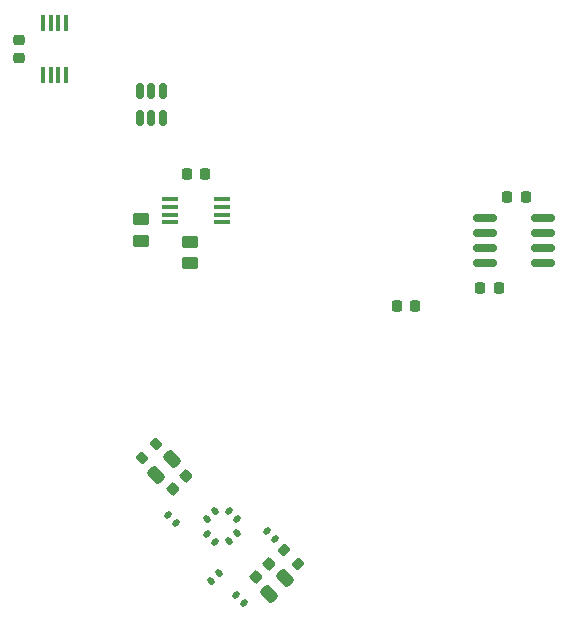
<source format=gbr>
%TF.GenerationSoftware,KiCad,Pcbnew,(6.0.8-1)-1*%
%TF.CreationDate,2022-10-19T15:00:50-05:00*%
%TF.ProjectId,NR1B-SQT56,4e523142-2d53-4515-9435-362e6b696361,rev?*%
%TF.SameCoordinates,Original*%
%TF.FileFunction,Paste,Bot*%
%TF.FilePolarity,Positive*%
%FSLAX46Y46*%
G04 Gerber Fmt 4.6, Leading zero omitted, Abs format (unit mm)*
G04 Created by KiCad (PCBNEW (6.0.8-1)-1) date 2022-10-19 15:00:50*
%MOMM*%
%LPD*%
G01*
G04 APERTURE LIST*
G04 Aperture macros list*
%AMRoundRect*
0 Rectangle with rounded corners*
0 $1 Rounding radius*
0 $2 $3 $4 $5 $6 $7 $8 $9 X,Y pos of 4 corners*
0 Add a 4 corners polygon primitive as box body*
4,1,4,$2,$3,$4,$5,$6,$7,$8,$9,$2,$3,0*
0 Add four circle primitives for the rounded corners*
1,1,$1+$1,$2,$3*
1,1,$1+$1,$4,$5*
1,1,$1+$1,$6,$7*
1,1,$1+$1,$8,$9*
0 Add four rect primitives between the rounded corners*
20,1,$1+$1,$2,$3,$4,$5,0*
20,1,$1+$1,$4,$5,$6,$7,0*
20,1,$1+$1,$6,$7,$8,$9,0*
20,1,$1+$1,$8,$9,$2,$3,0*%
G04 Aperture macros list end*
%ADD10RoundRect,0.225000X0.225000X0.250000X-0.225000X0.250000X-0.225000X-0.250000X0.225000X-0.250000X0*%
%ADD11RoundRect,0.140000X-0.219203X-0.021213X-0.021213X-0.219203X0.219203X0.021213X0.021213X0.219203X0*%
%ADD12RoundRect,0.140000X0.219203X0.021213X0.021213X0.219203X-0.219203X-0.021213X-0.021213X-0.219203X0*%
%ADD13RoundRect,0.140000X-0.021213X0.219203X-0.219203X0.021213X0.021213X-0.219203X0.219203X-0.021213X0*%
%ADD14RoundRect,0.250000X-0.159099X0.512652X-0.512652X0.159099X0.159099X-0.512652X0.512652X-0.159099X0*%
%ADD15RoundRect,0.225000X-0.225000X-0.250000X0.225000X-0.250000X0.225000X0.250000X-0.225000X0.250000X0*%
%ADD16R,0.450000X1.450000*%
%ADD17RoundRect,0.250000X-0.450000X0.262500X-0.450000X-0.262500X0.450000X-0.262500X0.450000X0.262500X0*%
%ADD18RoundRect,0.200000X0.335876X0.053033X0.053033X0.335876X-0.335876X-0.053033X-0.053033X-0.335876X0*%
%ADD19RoundRect,0.225000X-0.017678X0.335876X-0.335876X0.017678X0.017678X-0.335876X0.335876X-0.017678X0*%
%ADD20RoundRect,0.140000X0.021213X-0.219203X0.219203X-0.021213X-0.021213X0.219203X-0.219203X0.021213X0*%
%ADD21R,1.450000X0.450000*%
%ADD22RoundRect,0.225000X0.250000X-0.225000X0.250000X0.225000X-0.250000X0.225000X-0.250000X-0.225000X0*%
%ADD23RoundRect,0.200000X0.053033X-0.335876X0.335876X-0.053033X-0.053033X0.335876X-0.335876X0.053033X0*%
%ADD24RoundRect,0.150000X-0.825000X-0.150000X0.825000X-0.150000X0.825000X0.150000X-0.825000X0.150000X0*%
%ADD25RoundRect,0.150000X0.150000X-0.512500X0.150000X0.512500X-0.150000X0.512500X-0.150000X-0.512500X0*%
G04 APERTURE END LIST*
D10*
%TO.C,C9*%
X111010000Y-106530000D03*
X109460000Y-106530000D03*
%TD*%
D11*
%TO.C,C21*%
X95873978Y-131007868D03*
X96552800Y-131686690D03*
%TD*%
D12*
%TO.C,C20*%
X95951760Y-124608551D03*
X95272938Y-123929729D03*
%TD*%
D13*
%TO.C,C30*%
X94403196Y-129126964D03*
X93724374Y-129805786D03*
%TD*%
D14*
%TO.C,C12*%
X90457540Y-119496170D03*
X89114038Y-120839672D03*
%TD*%
D15*
%TO.C,C8*%
X118825000Y-97300000D03*
X120375000Y-97300000D03*
%TD*%
D16*
%TO.C,U1*%
X79525000Y-87000000D03*
X80175000Y-87000000D03*
X80825000Y-87000000D03*
X81475000Y-87000000D03*
X81475000Y-82600000D03*
X80825000Y-82600000D03*
X80175000Y-82600000D03*
X79525000Y-82600000D03*
%TD*%
D11*
%TO.C,C29*%
X98476131Y-125591430D03*
X99154953Y-126270252D03*
%TD*%
D14*
%TO.C,C11*%
X100017623Y-129579512D03*
X98674121Y-130923014D03*
%TD*%
D17*
%TO.C,R1*%
X87800000Y-99187500D03*
X87800000Y-101012500D03*
%TD*%
D15*
%TO.C,C3*%
X91725000Y-95400000D03*
X93275000Y-95400000D03*
%TD*%
D18*
%TO.C,R5*%
X101117175Y-128388037D03*
X99950449Y-127221311D03*
%TD*%
D19*
%TO.C,C14*%
X91649015Y-120920989D03*
X90552999Y-122017005D03*
%TD*%
D20*
%TO.C,C22*%
X95265866Y-126482384D03*
X95944688Y-125803562D03*
%TD*%
D21*
%TO.C,U2*%
X94700000Y-97525000D03*
X94700000Y-98175000D03*
X94700000Y-98825000D03*
X94700000Y-99475000D03*
X90300000Y-99475000D03*
X90300000Y-98825000D03*
X90300000Y-98175000D03*
X90300000Y-97525000D03*
%TD*%
D22*
%TO.C,C2*%
X77500000Y-85575000D03*
X77500000Y-84025000D03*
%TD*%
D19*
%TO.C,C13*%
X98621088Y-128388037D03*
X97525072Y-129484053D03*
%TD*%
D23*
%TO.C,R6*%
X87916637Y-119383363D03*
X89083363Y-118216637D03*
%TD*%
D15*
%TO.C,C10*%
X116550000Y-105040000D03*
X118100000Y-105040000D03*
%TD*%
D24*
%TO.C,U5*%
X116925000Y-102895000D03*
X116925000Y-101625000D03*
X116925000Y-100355000D03*
X116925000Y-99085000D03*
X121875000Y-99085000D03*
X121875000Y-100355000D03*
X121875000Y-101625000D03*
X121875000Y-102895000D03*
%TD*%
D11*
%TO.C,C24*%
X93392034Y-125811466D03*
X94070856Y-126490288D03*
%TD*%
D13*
%TO.C,C26*%
X94063784Y-123922658D03*
X93384962Y-124601480D03*
%TD*%
D17*
%TO.C,R2*%
X92000000Y-101087500D03*
X92000000Y-102912500D03*
%TD*%
D12*
%TO.C,C28*%
X90804022Y-124891394D03*
X90125200Y-124212572D03*
%TD*%
D25*
%TO.C,D18*%
X89650000Y-90637500D03*
X88700000Y-90637500D03*
X87750000Y-90637500D03*
X87750000Y-88362500D03*
X88700000Y-88362500D03*
X89650000Y-88362500D03*
%TD*%
M02*

</source>
